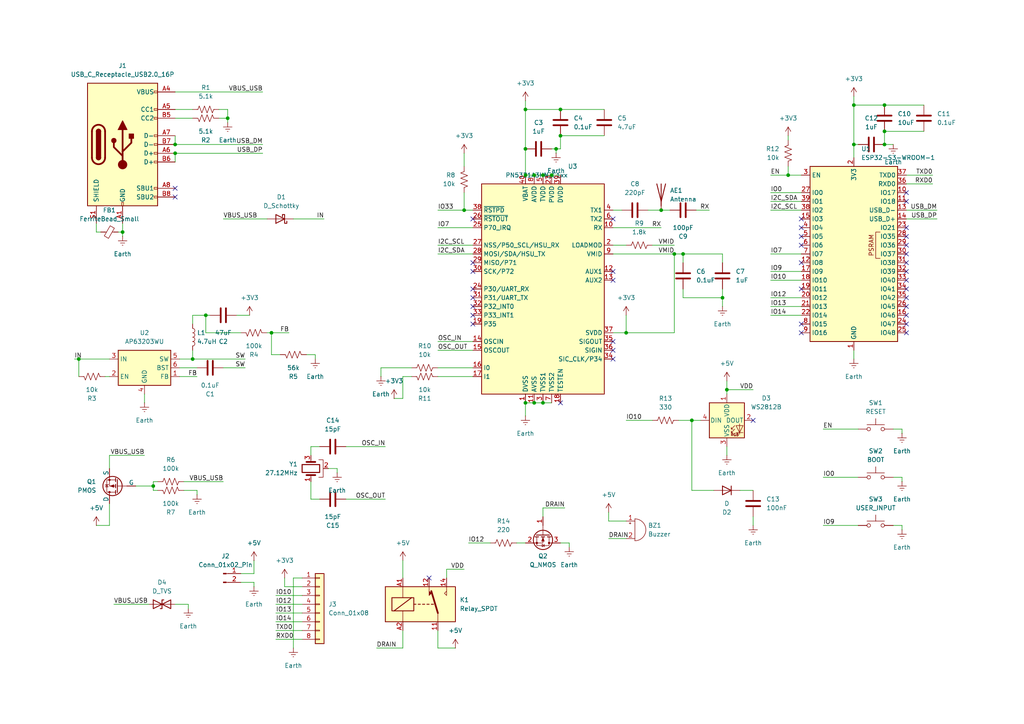
<source format=kicad_sch>
(kicad_sch (version 20250114) (generator "eeschema") (generator_version "9.0")
  (paper "A4")
  (junction (at 152.4 31.75))
  (junction (at 134.62 60.96))
  (junction (at 152.4 116.84))
  (junction (at 209.55 86.36))
  (junction (at 162.56 39.37))
  (junction (at 160.02 50.8))
  (junction (at 191.77 60.96))
  (junction (at 157.48 116.84))
  (junction (at 50.8 41.91))
  (junction (at 256.54 30.48))
  (junction (at 55.88 104.14))
  (junction (at 195.58 73.66))
  (junction (at 228.6 50.8))
  (junction (at 154.94 116.84))
  (junction (at 22.86 104.14))
  (junction (at 198.12 73.66))
  (junction (at 181.61 96.52))
  (junction (at 247.65 41.91))
  (junction (at 161.29 43.18))
  (junction (at 152.4 43.18))
  (junction (at 35.56 67.31))
  (junction (at 247.65 30.48))
  (junction (at 210.82 113.03))
  (junction (at 256.54 38.1))
  (junction (at 50.8 44.45))
  (junction (at 152.4 50.8))
  (junction (at 256.54 41.91))
  (junction (at 154.94 50.8))
  (junction (at 44.45 140.97))
  (junction (at 162.56 31.75))
  (junction (at 200.66 121.92))
  (junction (at 66.04 34.29))
  (junction (at 78.74 96.52))
  (junction (at 157.48 50.8))
  (junction (at 59.69 91.44))
  (no_connect (at 262.89 76.2))
  (no_connect (at 262.89 78.74))
  (no_connect (at 177.8 81.28))
  (no_connect (at 262.89 71.12))
  (no_connect (at 137.16 86.36))
  (no_connect (at 232.41 96.52))
  (no_connect (at 262.89 58.42))
  (no_connect (at 177.8 63.5))
  (no_connect (at 232.41 93.98))
  (no_connect (at 137.16 88.9))
  (no_connect (at 262.89 66.04))
  (no_connect (at 262.89 86.36))
  (no_connect (at 232.41 66.04))
  (no_connect (at 177.8 78.74))
  (no_connect (at 137.16 83.82))
  (no_connect (at 50.8 57.15))
  (no_connect (at 262.89 55.88))
  (no_connect (at 232.41 68.58))
  (no_connect (at 137.16 91.44))
  (no_connect (at 262.89 91.44))
  (no_connect (at 50.8 54.61))
  (no_connect (at 137.16 93.98))
  (no_connect (at 232.41 63.5))
  (no_connect (at 232.41 83.82))
  (no_connect (at 177.8 104.14))
  (no_connect (at 262.89 96.52))
  (no_connect (at 177.8 99.06))
  (no_connect (at 262.89 83.82))
  (no_connect (at 137.16 78.74))
  (no_connect (at 262.89 73.66))
  (no_connect (at 232.41 76.2))
  (no_connect (at 232.41 71.12))
  (no_connect (at 124.46 167.64))
  (no_connect (at 137.16 76.2))
  (no_connect (at 137.16 63.5))
  (no_connect (at 177.8 101.6))
  (no_connect (at 162.56 116.84))
  (no_connect (at 218.44 121.92))
  (no_connect (at 262.89 93.98))
  (no_connect (at 262.89 88.9))
  (no_connect (at 262.89 81.28))
  (no_connect (at 262.89 68.58))
  (wire (pts (xy 161.29 43.18) (xy 160.02 43.18)))
  (wire (pts (xy 127 182.88) (xy 127 187.96)))
  (wire (pts (xy 177.8 60.96) (xy 180.34 60.96)))
  (wire (pts (xy 31.75 152.4) (xy 31.75 146.05)))
  (wire (pts (xy 228.6 50.8) (xy 228.6 48.26)))
  (wire (pts (xy 97.79 135.89) (xy 97.79 137.16)))
  (wire (pts (xy 154.94 50.8) (xy 157.48 50.8)))
  (wire (pts (xy 80.01 172.72) (xy 87.63 172.72)))
  (wire (pts (xy 200.66 142.24) (xy 200.66 121.92)))
  (wire (pts (xy 238.76 152.4) (xy 248.92 152.4)))
  (wire (pts (xy 55.88 91.44) (xy 59.69 91.44)))
  (wire (pts (xy 152.4 116.84) (xy 154.94 116.84)))
  (wire (pts (xy 247.65 27.94) (xy 247.65 30.48)))
  (wire (pts (xy 127 66.04) (xy 137.16 66.04)))
  (wire (pts (xy 256.54 30.48) (xy 267.97 30.48)))
  (wire (pts (xy 195.58 73.66) (xy 198.12 73.66)))
  (wire (pts (xy 162.56 157.48) (xy 165.1 157.48)))
  (wire (pts (xy 247.65 41.91) (xy 247.65 45.72)))
  (wire (pts (xy 210.82 110.49) (xy 210.82 113.03)))
  (wire (pts (xy 247.65 30.48) (xy 247.65 41.91)))
  (wire (pts (xy 78.74 102.87) (xy 78.74 96.52)))
  (wire (pts (xy 134.62 60.96) (xy 137.16 60.96)))
  (wire (pts (xy 73.66 168.91) (xy 73.66 170.18)))
  (wire (pts (xy 33.02 175.26) (xy 43.18 175.26)))
  (wire (pts (xy 223.52 88.9) (xy 232.41 88.9)))
  (wire (pts (xy 50.8 31.75) (xy 55.88 31.75)))
  (wire (pts (xy 73.66 166.37) (xy 73.66 162.56)))
  (wire (pts (xy 165.1 157.48) (xy 165.1 158.75)))
  (wire (pts (xy 57.15 142.24) (xy 57.15 143.51)))
  (wire (pts (xy 63.5 31.75) (xy 66.04 31.75)))
  (wire (pts (xy 55.88 101.6) (xy 55.88 104.14)))
  (wire (pts (xy 63.5 34.29) (xy 66.04 34.29)))
  (wire (pts (xy 181.61 151.13) (xy 176.53 151.13)))
  (wire (pts (xy 261.62 152.4) (xy 261.62 153.67)))
  (wire (pts (xy 129.54 165.1) (xy 134.62 165.1)))
  (wire (pts (xy 90.17 132.08) (xy 90.17 129.54)))
  (wire (pts (xy 59.69 96.52) (xy 59.69 91.44)))
  (wire (pts (xy 196.85 121.92) (xy 200.66 121.92)))
  (wire (pts (xy 45.72 142.24) (xy 44.45 142.24)))
  (wire (pts (xy 77.47 96.52) (xy 78.74 96.52)))
  (wire (pts (xy 127 60.96) (xy 134.62 60.96)))
  (wire (pts (xy 30.48 109.22) (xy 31.75 109.22)))
  (wire (pts (xy 210.82 113.03) (xy 218.44 113.03)))
  (wire (pts (xy 176.53 156.21) (xy 181.61 156.21)))
  (wire (pts (xy 181.61 96.52) (xy 181.61 91.44)))
  (wire (pts (xy 181.61 121.92) (xy 189.23 121.92)))
  (wire (pts (xy 22.86 104.14) (xy 31.75 104.14)))
  (wire (pts (xy 90.17 129.54) (xy 92.71 129.54)))
  (wire (pts (xy 34.29 67.31) (xy 35.56 67.31)))
  (wire (pts (xy 66.04 34.29) (xy 66.04 35.56)))
  (wire (pts (xy 87.63 167.64) (xy 85.09 167.64)))
  (wire (pts (xy 256.54 41.91) (xy 259.08 41.91)))
  (wire (pts (xy 95.25 135.89) (xy 97.79 135.89)))
  (wire (pts (xy 162.56 43.18) (xy 161.29 43.18)))
  (wire (pts (xy 135.89 157.48) (xy 142.24 157.48)))
  (wire (pts (xy 90.17 144.78) (xy 90.17 139.7)))
  (wire (pts (xy 80.01 177.8) (xy 87.63 177.8)))
  (wire (pts (xy 45.72 139.7) (xy 44.45 139.7)))
  (wire (pts (xy 177.8 71.12) (xy 181.61 71.12)))
  (wire (pts (xy 209.55 83.82) (xy 209.55 86.36)))
  (wire (pts (xy 209.55 73.66) (xy 209.55 76.2)))
  (wire (pts (xy 154.94 116.84) (xy 157.48 116.84)))
  (wire (pts (xy 177.8 73.66) (xy 195.58 73.66)))
  (wire (pts (xy 81.28 102.87) (xy 78.74 102.87)))
  (wire (pts (xy 127 106.68) (xy 137.16 106.68)))
  (wire (pts (xy 157.48 116.84) (xy 160.02 116.84)))
  (wire (pts (xy 152.4 29.21) (xy 152.4 31.75)))
  (wire (pts (xy 223.52 81.28) (xy 232.41 81.28)))
  (wire (pts (xy 191.77 60.96) (xy 194.31 60.96)))
  (wire (pts (xy 27.94 152.4) (xy 31.75 152.4)))
  (wire (pts (xy 50.8 34.29) (xy 55.88 34.29)))
  (wire (pts (xy 177.8 96.52) (xy 181.61 96.52)))
  (wire (pts (xy 149.86 157.48) (xy 152.4 157.48)))
  (wire (pts (xy 228.6 39.37) (xy 228.6 40.64)))
  (wire (pts (xy 238.76 138.43) (xy 248.92 138.43)))
  (wire (pts (xy 69.85 168.91) (xy 73.66 168.91)))
  (wire (pts (xy 210.82 113.03) (xy 210.82 114.3)))
  (wire (pts (xy 127 73.66) (xy 137.16 73.66)))
  (wire (pts (xy 116.84 109.22) (xy 116.84 115.57)))
  (wire (pts (xy 127 187.96) (xy 132.08 187.96)))
  (wire (pts (xy 80.01 182.88) (xy 87.63 182.88)))
  (wire (pts (xy 116.84 115.57) (xy 114.3 115.57)))
  (wire (pts (xy 44.45 142.24) (xy 44.45 140.97)))
  (wire (pts (xy 238.76 124.46) (xy 248.92 124.46)))
  (wire (pts (xy 256.54 38.1) (xy 256.54 41.91)))
  (wire (pts (xy 110.49 106.68) (xy 110.49 109.22)))
  (wire (pts (xy 44.45 140.97) (xy 39.37 140.97)))
  (wire (pts (xy 152.4 116.84) (xy 152.4 120.65)))
  (wire (pts (xy 35.56 64.77) (xy 35.56 67.31)))
  (wire (pts (xy 50.8 41.91) (xy 76.2 41.91)))
  (wire (pts (xy 152.4 31.75) (xy 162.56 31.75)))
  (wire (pts (xy 41.91 114.3) (xy 41.91 116.84)))
  (wire (pts (xy 214.63 142.24) (xy 218.44 142.24)))
  (wire (pts (xy 201.93 60.96) (xy 205.74 60.96)))
  (wire (pts (xy 259.08 138.43) (xy 261.62 138.43)))
  (wire (pts (xy 223.52 60.96) (xy 232.41 60.96)))
  (wire (pts (xy 21.59 104.14) (xy 22.86 104.14)))
  (wire (pts (xy 160.02 50.8) (xy 162.56 50.8)))
  (wire (pts (xy 100.33 144.78) (xy 111.76 144.78)))
  (wire (pts (xy 116.84 162.56) (xy 116.84 167.64)))
  (wire (pts (xy 210.82 129.54) (xy 210.82 132.08)))
  (wire (pts (xy 53.34 142.24) (xy 57.15 142.24)))
  (wire (pts (xy 85.09 63.5) (xy 93.98 63.5)))
  (wire (pts (xy 44.45 139.7) (xy 44.45 140.97)))
  (wire (pts (xy 223.52 55.88) (xy 232.41 55.88)))
  (wire (pts (xy 116.84 187.96) (xy 109.22 187.96)))
  (wire (pts (xy 50.8 175.26) (xy 54.61 175.26)))
  (wire (pts (xy 127 71.12) (xy 137.16 71.12)))
  (wire (pts (xy 53.34 139.7) (xy 64.77 139.7)))
  (wire (pts (xy 92.71 144.78) (xy 90.17 144.78)))
  (wire (pts (xy 181.61 96.52) (xy 195.58 96.52)))
  (wire (pts (xy 259.08 124.46) (xy 261.62 124.46)))
  (wire (pts (xy 134.62 44.45) (xy 134.62 48.26)))
  (wire (pts (xy 129.54 167.64) (xy 129.54 165.1)))
  (wire (pts (xy 69.85 96.52) (xy 59.69 96.52)))
  (wire (pts (xy 50.8 44.45) (xy 50.8 46.99)))
  (wire (pts (xy 262.89 50.8) (xy 270.51 50.8)))
  (wire (pts (xy 80.01 175.26) (xy 87.63 175.26)))
  (wire (pts (xy 50.8 44.45) (xy 76.2 44.45)))
  (wire (pts (xy 78.74 96.52) (xy 83.82 96.52)))
  (wire (pts (xy 161.29 44.45) (xy 161.29 43.18)))
  (wire (pts (xy 64.77 63.5) (xy 77.47 63.5)))
  (wire (pts (xy 50.8 26.67) (xy 76.2 26.67)))
  (wire (pts (xy 59.69 91.44) (xy 60.96 91.44)))
  (wire (pts (xy 80.01 185.42) (xy 87.63 185.42)))
  (wire (pts (xy 256.54 38.1) (xy 267.97 38.1)))
  (wire (pts (xy 162.56 39.37) (xy 175.26 39.37)))
  (wire (pts (xy 261.62 124.46) (xy 261.62 125.73)))
  (wire (pts (xy 152.4 50.8) (xy 154.94 50.8)))
  (wire (pts (xy 52.07 104.14) (xy 55.88 104.14)))
  (wire (pts (xy 232.41 50.8) (xy 228.6 50.8)))
  (wire (pts (xy 198.12 76.2) (xy 198.12 73.66)))
  (wire (pts (xy 64.77 106.68) (xy 71.12 106.68)))
  (wire (pts (xy 69.85 166.37) (xy 73.66 166.37)))
  (wire (pts (xy 80.01 180.34) (xy 87.63 180.34)))
  (wire (pts (xy 157.48 147.32) (xy 163.83 147.32)))
  (wire (pts (xy 176.53 151.13) (xy 176.53 148.59)))
  (wire (pts (xy 218.44 149.86) (xy 218.44 152.4)))
  (wire (pts (xy 100.33 129.54) (xy 111.76 129.54)))
  (wire (pts (xy 31.75 132.08) (xy 31.75 135.89)))
  (wire (pts (xy 262.89 60.96) (xy 271.78 60.96)))
  (wire (pts (xy 189.23 71.12) (xy 195.58 71.12)))
  (wire (pts (xy 157.48 50.8) (xy 160.02 50.8)))
  (wire (pts (xy 198.12 86.36) (xy 198.12 83.82)))
  (wire (pts (xy 127 101.6) (xy 137.16 101.6)))
  (wire (pts (xy 195.58 96.52) (xy 195.58 73.66)))
  (wire (pts (xy 91.44 102.87) (xy 91.44 104.14)))
  (wire (pts (xy 157.48 149.86) (xy 157.48 147.32)))
  (wire (pts (xy 262.89 53.34) (xy 270.51 53.34)))
  (wire (pts (xy 88.9 102.87) (xy 91.44 102.87)))
  (wire (pts (xy 119.38 106.68) (xy 110.49 106.68)))
  (wire (pts (xy 152.4 43.18) (xy 152.4 50.8)))
  (wire (pts (xy 29.21 67.31) (xy 27.94 67.31)))
  (wire (pts (xy 119.38 109.22) (xy 116.84 109.22)))
  (wire (pts (xy 247.65 41.91) (xy 248.92 41.91)))
  (wire (pts (xy 134.62 55.88) (xy 134.62 60.96)))
  (wire (pts (xy 82.55 170.18) (xy 82.55 167.64)))
  (wire (pts (xy 162.56 31.75) (xy 175.26 31.75)))
  (wire (pts (xy 54.61 175.26) (xy 54.61 176.53)))
  (wire (pts (xy 209.55 86.36) (xy 198.12 86.36)))
  (wire (pts (xy 223.52 58.42) (xy 232.41 58.42)))
  (wire (pts (xy 198.12 73.66) (xy 209.55 73.66)))
  (wire (pts (xy 85.09 167.64) (xy 85.09 187.96)))
  (wire (pts (xy 55.88 93.98) (xy 55.88 91.44)))
  (wire (pts (xy 127 109.22) (xy 137.16 109.22)))
  (wire (pts (xy 200.66 121.92) (xy 203.2 121.92)))
  (wire (pts (xy 207.01 142.24) (xy 200.66 142.24)))
  (wire (pts (xy 116.84 182.88) (xy 116.84 187.96)))
  (wire (pts (xy 223.52 50.8) (xy 228.6 50.8)))
  (wire (pts (xy 22.86 109.22) (xy 22.86 104.14)))
  (wire (pts (xy 52.07 106.68) (xy 57.15 106.68)))
  (wire (pts (xy 223.52 86.36) (xy 232.41 86.36)))
  (wire (pts (xy 223.52 91.44) (xy 232.41 91.44)))
  (wire (pts (xy 55.88 104.14) (xy 71.12 104.14)))
  (wire (pts (xy 35.56 67.31) (xy 35.56 68.58)))
  (wire (pts (xy 152.4 31.75) (xy 152.4 43.18)))
  (wire (pts (xy 27.94 67.31) (xy 27.94 64.77)))
  (wire (pts (xy 127 99.06) (xy 137.16 99.06)))
  (wire (pts (xy 52.07 109.22) (xy 57.15 109.22)))
  (wire (pts (xy 31.75 132.08) (xy 41.91 132.08)))
  (wire (pts (xy 209.55 86.36) (xy 209.55 88.9)))
  (wire (pts (xy 177.8 66.04) (xy 191.77 66.04)))
  (wire (pts (xy 261.62 138.43) (xy 261.62 139.7)))
  (wire (pts (xy 247.65 101.6) (xy 247.65 104.14)))
  (wire (pts (xy 187.96 60.96) (xy 191.77 60.96)))
  (wire (pts (xy 259.08 152.4) (xy 261.62 152.4)))
  (wire (pts (xy 162.56 39.37) (xy 162.56 43.18)))
  (wire (pts (xy 68.58 91.44) (xy 72.39 91.44)))
  (wire (pts (xy 87.63 170.18) (xy 82.55 170.18)))
  (wire (pts (xy 247.65 30.48) (xy 256.54 30.48)))
  (wire (pts (xy 66.04 31.75) (xy 66.04 34.29)))
  (wire (pts (xy 50.8 39.37) (xy 50.8 41.91)))
  (wire (pts (xy 262.89 63.5) (xy 271.78 63.5)))
  (wire (pts (xy 223.52 73.66) (xy 232.41 73.66)))
  (wire (pts (xy 223.52 78.74) (xy 232.41 78.74)))
  (label "USB_DM" (at 271.78 60.96 180))
  (label "TXD0" (at 80.01 182.88 0))
  (label "USB_DM" (at 76.2 41.91 180))
  (label "FB" (at 57.15 109.22 180))
  (label "OSC_IN" (at 111.76 129.54 180))
  (label "IO13" (at 223.52 88.9 0))
  (label "OSC_OUT" (at 111.76 144.78 180))
  (label "RXD0" (at 270.51 53.34 180))
  (label "I2C_SDA" (at 223.52 58.42 0))
  (label "VMID" (at 195.58 73.66 180))
  (label "IO10" (at 80.01 172.72 0))
  (label "VDD" (at 134.62 165.1 180))
  (label "VDD" (at 218.44 113.03 180))
  (label "IO33" (at 127 60.96 0))
  (label "I2C_SCL" (at 223.52 60.96 0))
  (label "I2C_SDA" (at 127 73.66 0))
  (label "SW" (at 71.12 104.14 180))
  (label "DRAIN" (at 163.83 147.32 180))
  (label "IO12" (at 80.01 175.26 0))
  (label "RX" (at 191.77 66.04 180))
  (label "USB_DP" (at 271.78 63.5 180))
  (label "VBUS_USB" (at 64.77 63.5 0))
  (label "IO14" (at 223.52 91.44 0))
  (label "DRAIN" (at 176.53 156.21 0))
  (label "VMID" (at 195.58 71.12 180))
  (label "OSC_OUT" (at 127 101.6 0))
  (label "IO7" (at 127 66.04 0))
  (label "I2C_SCL" (at 127 71.12 0))
  (label "IO14" (at 80.01 180.34 0))
  (label "EN" (at 223.52 50.8 0))
  (label "IO7" (at 223.52 73.66 0))
  (label "TXD0" (at 270.51 50.8 180))
  (label "IO10" (at 181.61 121.92 0))
  (label "USB_DP" (at 76.2 44.45 180))
  (label "IO0" (at 238.76 138.43 0))
  (label "RXD0" (at 80.01 185.42 0))
  (label "RX" (at 205.74 60.96 180))
  (label "IO12" (at 223.52 86.36 0))
  (label "VBUS_USB" (at 76.2 26.67 180))
  (label "IO12" (at 135.89 157.48 0))
  (label "IN" (at 21.59 104.14 0))
  (label "IO9" (at 238.76 152.4 0))
  (label "VBUS_USB" (at 64.77 139.7 180))
  (label "OSC_IN" (at 127 99.06 0))
  (label "IO13" (at 80.01 177.8 0))
  (label "DRAIN" (at 109.22 187.96 0))
  (label "IO10" (at 223.52 81.28 0))
  (label "SW" (at 71.12 106.68 180))
  (label "VBUS_USB" (at 33.02 175.26 0))
  (label "IO9" (at 223.52 78.74 0))
  (label "IN" (at 93.98 63.5 180))
  (label "EN" (at 238.76 124.46 0))
  (label "IO0" (at 223.52 55.88 0))
  (label "VBUS_USB" (at 41.91 132.08 180))
  (label "FB" (at 83.82 96.52 180))
  (symbol (lib_id "Device:R_US") (at 123.19 106.68 90) (unit 1)
    (property "Reference" "R10" (at 123.19 100.33 90))
    (property "Value" "10k" (at 123.19 102.87 90))
    (property "Footprint" "Resistor_SMD:R_0402_1005Metric" (effects (hide yes)))
    (property "Description" "Resistor, US symbol" (effects (hide yes)))
  )
  (symbol (lib_id "Device:C") (at 218.44 146.05 0) (unit 1)
    (property "Reference" "C13" (at 222.25 144.7799 0) (effects (justify left)))
    (property "Value" "100nF" (at 222.25 147.3199 0) (effects (justify left)))
    (property "Footprint" "Capacitor_SMD:C_0402_1005Metric" (effects (hide yes)))
    (property "Description" "Unpolarized capacitor" (effects (hide yes)))
  )
  (symbol (lib_id "power:Earth") (at 57.15 143.51 0) (unit 1)
    (property "Reference" "#PWR01" (effects (hide yes)))
    (property "Value" "Earth" (at 57.15 148.59 0))
    (property "Description" "Power symbol creates a global label with name \"Earth\"" (effects (hide yes)))
  )
  (symbol (lib_id "Switch:SW_Push") (at 254 152.4 0) (unit 1)
    (property "Reference" "SW3" (at 254 144.78 0))
    (property "Value" "USER_INPUT" (at 254 147.32 0))
    (property "Footprint" "Button_Switch_SMD:SW_Tactile_SPST_NO_Straight_CK_PTS636Sx25SMTRLFS" (effects (hide yes)))
    (property "Description" "Push button switch, generic, two pins" (effects (hide yes)))
  )
  (symbol (lib_id "Device:C") (at 156.21 43.18 90) (unit 1)
    (property "Reference" "C3" (at 156.21 35.56 90))
    (property "Value" "1uF" (at 156.21 38.1 90))
    (property "Footprint" "Capacitor_SMD:C_0402_1005Metric" (effects (hide yes)))
    (property "Description" "Unpolarized capacitor" (effects (hide yes)))
  )
  (symbol (lib_id "power:Earth") (at 54.61 176.53 0) (unit 1)
    (property "Reference" "#PWR05" (effects (hide yes)))
    (property "Value" "Earth" (at 54.61 181.61 0))
    (property "Description" "Power symbol creates a global label with name \"Earth\"" (effects (hide yes)))
  )
  (symbol (lib_id "Device:Crystal_GND2") (at 90.17 135.89 90) (unit 1)
    (property "Reference" "Y1" (at 86.36 134.6199 90) (effects (justify left)))
    (property "Value" "27.12MHz" (at 86.36 137.1599 90) (effects (justify left)))
    (property "Footprint" "Crystal:Crystal_HC49-U-3Pin_Vertical" (effects (hide yes)))
    (property "Description" "Three pin crystal, GND on pin 2" (effects (hide yes)))
  )
  (symbol (lib_id "Device:C") (at 209.55 80.01 0) (unit 1)
    (property "Reference" "C7" (at 213.36 78.7399 0) (effects (justify left)))
    (property "Value" "1uF" (at 213.36 81.2799 0) (effects (justify left)))
    (property "Footprint" "Capacitor_SMD:C_0402_1005Metric" (effects (hide yes)))
    (property "Description" "Unpolarized capacitor" (effects (hide yes)))
  )
  (symbol (lib_id "Regulator_Switching:AP63203WU") (at 41.91 106.68 0) (unit 1)
    (property "Reference" "U2" (at 41.91 96.52 0))
    (property "Value" "AP63203WU" (at 41.91 99.06 0))
    (property "Footprint" "Package_TO_SOT_SMD:TSOT-23-6" (effects (hide yes)))
    (property "Datasheet" "https://www.diodes.com/assets/Datasheets/AP63200-AP63201-AP63203-AP63205.pdf" (effects (hide yes)))
    (property "Description" "2A, 1.1MHz Buck DC/DC Converter, fixed 3.3V output voltage, TSOT-23-6" (effects (hide yes)))
  )
  (symbol (lib_id "power:+3V3") (at 82.55 167.64 0) (unit 1)
    (property "Reference" "#PWR033" (effects (hide yes)))
    (property "Value" "+3V3" (at 82.55 162.56 0))
    (property "Description" "Power symbol creates a global label with name \"+3V3\"" (effects (hide yes)))
  )
  (symbol (lib_id "power:Earth") (at 210.82 132.08 0) (unit 1)
    (property "Reference" "#PWR025" (effects (hide yes)))
    (property "Value" "Earth" (at 210.82 137.16 0))
    (property "Description" "Power symbol creates a global label with name \"Earth\"" (effects (hide yes)))
  )
  (symbol (lib_id "Device:D") (at 210.82 142.24 0) (mirror y) (unit 1)
    (property "Reference" "D2" (at 210.82 148.59 0))
    (property "Value" "D" (at 210.82 146.05 0))
    (property "Footprint" "Diode_SMD:D_0402_1005Metric" (effects (hide yes)))
    (property "Description" "Diode" (effects (hide yes)))
    (property "Sim.Device" "D" (effects (hide yes)))
    (property "Sim.Pins" "1=K 2=A" (effects (hide yes)))
  )
  (symbol (lib_id "Device:L") (at 55.88 97.79 0) (unit 1)
    (property "Reference" "L1" (at 57.15 96.5199 0) (effects (justify left)))
    (property "Value" "4.7uH" (at 57.15 99.0599 0) (effects (justify left)))
    (property "Footprint" "Inductor_SMD:L_0402_1005Metric" (effects (hide yes)))
    (property "Description" "Inductor" (effects (hide yes)))
  )
  (symbol (lib_id "power:Earth") (at 35.56 68.58 0) (unit 1)
    (property "Reference" "#PWR02" (effects (hide yes)))
    (property "Value" "Earth" (at 35.56 73.66 0))
    (property "Description" "Power symbol creates a global label with name \"Earth\"" (effects (hide yes)))
  )
  (symbol (lib_id "Device:R_US") (at 146.05 157.48 90) (unit 1)
    (property "Reference" "R14" (at 146.05 151.13 90))
    (property "Value" "220" (at 146.05 153.67 90))
    (property "Footprint" "Resistor_SMD:R_0402_1005Metric" (effects (hide yes)))
    (property "Description" "Resistor, US symbol" (effects (hide yes)))
  )
  (symbol (lib_id "power:Earth") (at 91.44 104.14 0) (unit 1)
    (property "Reference" "#PWR07" (effects (hide yes)))
    (property "Value" "Earth" (at 91.44 109.22 0))
    (property "Description" "Power symbol creates a global label with name \"Earth\"" (effects (hide yes)))
  )
  (symbol (lib_id "power:+5V") (at 27.94 152.4 0) (unit 1)
    (property "Reference" "#PWR09" (effects (hide yes)))
    (property "Value" "+5V" (at 27.94 147.32 0))
    (property "Description" "Power symbol creates a global label with name \"+5V\"" (effects (hide yes)))
  )
  (symbol (lib_id "Connector_Generic:Conn_01x08") (at 92.71 175.26 0) (unit 1)
    (property "Reference" "J3" (at 95.25 175.2599 0) (effects (justify left)))
    (property "Value" "Conn_01x08" (at 95.25 177.7999 0) (effects (justify left)))
    (property "Footprint" "Connector_PinHeader_1.00mm:PinHeader_1x08_P1.00mm_Vertical" (effects (hide yes)))
    (property "Description" "Generic connector, single row, 01x08, script generated (kicad-library-utils/schlib/autogen/connector/)" (effects (hide yes)))
  )
  (symbol (lib_id "power:Earth") (at 259.08 41.91 0) (unit 1)
    (property "Reference" "#PWR020" (effects (hide yes)))
    (property "Value" "Earth" (at 259.08 46.99 0))
    (property "Description" "Power symbol creates a global label with name \"Earth\"" (effects (hide yes)))
  )
  (symbol (lib_id "power:+5V") (at 73.66 162.56 0) (unit 1)
    (property "Reference" "#PWR034" (effects (hide yes)))
    (property "Value" "+5V" (at 73.66 157.48 0))
    (property "Description" "Power symbol creates a global label with name \"+5V\"" (effects (hide yes)))
  )
  (symbol (lib_id "power:Earth") (at 110.49 109.22 0) (unit 1)
    (property "Reference" "#PWR015" (effects (hide yes)))
    (property "Value" "Earth" (at 110.49 114.3 0))
    (property "Description" "Power symbol creates a global label with name \"Earth\"" (effects (hide yes)))
  )
  (symbol (lib_id "Device:R_US") (at 228.6 44.45 0) (mirror y) (unit 1)
    (property "Reference" "R12" (at 226.06 43.1799 0) (effects (justify left)))
    (property "Value" "10k" (at 226.06 45.7199 0) (effects (justify left)))
    (property "Footprint" "Resistor_SMD:R_0402_1005Metric" (effects (hide yes)))
    (property "Description" "Resistor, US symbol" (effects (hide yes)))
  )
  (symbol (lib_id "Connector:Conn_01x02_Pin") (at 64.77 166.37 0) (unit 1)
    (property "Reference" "J2" (at 65.405 161.29 0))
    (property "Value" "Conn_01x02_Pin" (at 65.405 163.83 0))
    (property "Footprint" "Connector_PinHeader_1.00mm:PinHeader_1x02_P1.00mm_Vertical" (effects (hide yes)))
    (property "Description" "Generic connector, single row, 01x02, script generated" (effects (hide yes)))
  )
  (symbol (lib_id "power:+5V") (at 210.82 110.49 0) (unit 1)
    (property "Reference" "#PWR024" (effects (hide yes)))
    (property "Value" "+5V" (at 210.82 105.41 0))
    (property "Description" "Power symbol creates a global label with name \"+5V\"" (effects (hide yes)))
  )
  (symbol (lib_id "Device:C") (at 64.77 91.44 90) (mirror x) (unit 1)
    (property "Reference" "C2" (at 64.77 99.06 90))
    (property "Value" "47uF" (at 64.77 96.52 90))
    (property "Footprint" "Capacitor_SMD:C_0402_1005Metric" (effects (hide yes)))
    (property "Description" "Unpolarized capacitor" (effects (hide yes)))
  )
  (symbol (lib_id "power:Earth") (at 165.1 158.75 0) (unit 1)
    (property "Reference" "#PWR028" (effects (hide yes)))
    (property "Value" "Earth" (at 165.1 163.83 0))
    (property "Description" "Power symbol creates a global label with name \"Earth\"" (effects (hide yes)))
  )
  (symbol (lib_id "Device:D_Schottky") (at 81.28 63.5 180) (unit 1)
    (property "Reference" "D1" (at 81.5975 57.15 0))
    (property "Value" "D_Schottky" (at 81.5975 59.69 0))
    (property "Footprint" "Diode_SMD:D_0402_1005Metric" (effects (hide yes)))
    (property "Description" "Schottky diode" (effects (hide yes)))
  )
  (symbol (lib_id "Device:D_TVS") (at 46.99 175.26 0) (unit 1)
    (property "Reference" "D4" (at 46.99 168.91 0))
    (property "Value" "D_TVS" (at 46.99 171.45 0))
    (property "Footprint" "Diode_SMD:D_SMA" (effects (hide yes)))
    (property "Description" "Bidirectional transient-voltage-suppression diode" (effects (hide yes)))
  )
  (symbol (lib_id "Device:R_US") (at 185.42 71.12 90) (unit 1)
    (property "Reference" "R9" (at 185.42 64.77 90))
    (property "Value" "1.8k" (at 185.42 67.31 90))
    (property "Footprint" "Resistor_SMD:R_0402_1005Metric" (effects (hide yes)))
    (property "Description" "Resistor, US symbol" (effects (hide yes)))
  )
  (symbol (lib_id "power:Earth") (at 247.65 104.14 0) (unit 1)
    (property "Reference" "#PWR017" (effects (hide yes)))
    (property "Value" "Earth" (at 247.65 109.22 0))
    (property "Description" "Power symbol creates a global label with name \"Earth\"" (effects (hide yes)))
  )
  (symbol (lib_id "Device:R_US") (at 59.69 34.29 90) (mirror x) (unit 1)
    (property "Reference" "R2" (at 59.69 40.64 90))
    (property "Value" "5.1k" (at 59.69 38.1 90))
    (property "Footprint" "Resistor_SMD:R_0402_1005Metric" (effects (hide yes)))
    (property "Description" "Resistor, US symbol" (effects (hide yes)))
  )
  (symbol (lib_id "power:Earth") (at 66.04 35.56 0) (unit 1)
    (property "Reference" "#PWR04" (effects (hide yes)))
    (property "Value" "Earth" (at 66.04 40.64 0))
    (property "Description" "Power symbol creates a global label with name \"Earth\"" (effects (hide yes)))
  )
  (symbol (lib_id "power:+5V") (at 116.84 162.56 0) (unit 1)
    (property "Reference" "#PWR030" (effects (hide yes)))
    (property "Value" "+5V" (at 116.84 157.48 0))
    (property "Description" "Power symbol creates a global label with name \"+5V\"" (effects (hide yes)))
  )
  (symbol (lib_id "Relay:Relay_SPDT") (at 121.92 175.26 0) (unit 1)
    (property "Reference" "K1" (at 133.35 173.9899 0) (effects (justify left)))
    (property "Value" "Relay_SPDT" (at 133.35 176.5299 0) (effects (justify left)))
    (property "Footprint" "Relay_THT:Relay_SPDT_Finder_34.51_Vertical" (effects (hide yes)))
    (property "Description" "Relay SPDT, monostable, EN50005" (effects (hide yes)))
  )
  (symbol (lib_id "power:+3V3") (at 247.65 27.94 0) (unit 1)
    (property "Reference" "#PWR019" (effects (hide yes)))
    (property "Value" "+3V3" (at 247.65 22.86 0))
    (property "Description" "Power symbol creates a global label with name \"+3V3\"" (effects (hide yes)))
  )
  (symbol (lib_id "Device:C") (at 267.97 34.29 0) (unit 1)
    (property "Reference" "C11" (at 271.78 33.0199 0) (effects (justify left)))
    (property "Value" "0.1uF" (at 271.78 35.5599 0) (effects (justify left)))
    (property "Footprint" "Capacitor_SMD:C_0402_1005Metric" (effects (hide yes)))
    (property "Description" "Unpolarized capacitor" (effects (hide yes)))
  )
  (symbol (lib_id "power:Earth") (at 73.66 170.18 0) (unit 1)
    (property "Reference" "#PWR035" (effects (hide yes)))
    (property "Value" "Earth" (at 73.66 175.26 0))
    (property "Description" "Power symbol creates a global label with name \"Earth\"" (effects (hide yes)))
  )
  (symbol (lib_id "Device:Buzzer") (at 184.15 153.67 0) (unit 1)
    (property "Reference" "BZ1" (at 187.96 152.3999 0) (effects (justify left)))
    (property "Value" "Buzzer" (at 187.96 154.9399 0) (effects (justify left)))
    (property "Footprint" "Buzzer_Beeper:Buzzer_15x7.5RM7.6" (effects (hide yes)))
    (property "Description" "Buzzer, polarized" (effects (hide yes)))
  )
  (symbol (lib_id "power:+3V3") (at 134.62 44.45 0) (unit 1)
    (property "Reference" "#PWR011" (effects (hide yes)))
    (property "Value" "+3V3" (at 134.62 39.37 0))
    (property "Description" "Power symbol creates a global label with name \"+3V3\"" (effects (hide yes)))
  )
  (symbol (lib_id "Device:Antenna") (at 191.77 55.88 0) (unit 1)
    (property "Reference" "AE1" (at 194.31 55.2449 0) (effects (justify left)))
    (property "Value" "Antenna" (at 194.31 57.7849 0) (effects (justify left)))
    (property "Footprint" "Connector_PinSocket_2.54mm:PinSocket_1x01_P2.54mm_Vertical" (effects (hide yes)))
    (property "Description" "Antenna" (effects (hide yes)))
  )
  (symbol (lib_id "Device:R_US") (at 26.67 109.22 90) (mirror x) (unit 1)
    (property "Reference" "R3" (at 26.67 115.57 90))
    (property "Value" "10k" (at 26.67 113.03 90))
    (property "Footprint" "Resistor_SMD:R_0402_1005Metric" (effects (hide yes)))
    (property "Description" "Resistor, US symbol" (effects (hide yes)))
  )
  (symbol (lib_id "power:+5V") (at 132.08 187.96 0) (unit 1)
    (property "Reference" "#PWR031" (effects (hide yes)))
    (property "Value" "+5V" (at 132.08 182.88 0))
    (property "Description" "Power symbol creates a global label with name \"+5V\"" (effects (hide yes)))
  )
  (symbol (lib_id "Device:C") (at 198.12 60.96 90) (mirror x) (unit 1)
    (property "Reference" "C9" (at 198.12 68.58 90))
    (property "Value" "100pF" (at 198.12 66.04 90))
    (property "Footprint" "Capacitor_SMD:C_0402_1005Metric" (effects (hide yes)))
    (property "Description" "Unpolarized capacitor" (effects (hide yes)))
  )
  (symbol (lib_id "RF_NFC:PN5321A3HN_C1xx") (at 157.48 83.82 0) (unit 1)
    (property "Reference" "U3" (at 164.7033 48.26 0) (effects (justify left)))
    (property "Value" "PN5321A3HN_C1xx" (at 164.7033 50.8 0) (effects (justify right)))
    (property "Footprint" "Package_DFN_QFN:HVQFN-40-1EP_6x6mm_P0.5mm_EP4.1x4.1mm" (effects (hide yes)))
    (property "Datasheet" "https://www.nxp.com/docs/en/nxp/data-sheets/PN532_C1.pdf" (effects (hide yes)))
    (property "Description" "Near Field Communication (NFC) controller, QFN-40" (effects (hide yes)))
  )
  (symbol (lib_id "Device:C") (at 96.52 129.54 90) (unit 1)
    (property "Reference" "C14" (at 96.52 121.92 90))
    (property "Value" "15pF" (at 96.52 124.46 90))
    (property "Footprint" "Capacitor_SMD:C_0402_1005Metric" (effects (hide yes)))
    (property "Description" "Unpolarized capacitor" (effects (hide yes)))
  )
  (symbol (lib_id "Device:R_US") (at 123.19 109.22 90) (mirror x) (unit 1)
    (property "Reference" "R11" (at 123.19 115.57 90))
    (property "Value" "10k" (at 123.19 113.03 90))
    (property "Footprint" "Resistor_SMD:R_0402_1005Metric" (effects (hide yes)))
    (property "Description" "Resistor, US symbol" (effects (hide yes)))
  )
  (symbol (lib_id "Device:R_US") (at 134.62 52.07 0) (mirror y) (unit 1)
    (property "Reference" "R8" (at 132.08 50.7999 0) (effects (justify left)))
    (property "Value" "10k" (at 132.08 53.3399 0) (effects (justify left)))
    (property "Footprint" "Resistor_SMD:R_0402_1005Metric" (effects (hide yes)))
    (property "Description" "Resistor, US symbol" (effects (hide yes)))
  )
  (symbol (lib_id "power:Earth") (at 97.79 137.16 0) (unit 1)
    (property "Reference" "#PWR027" (effects (hide yes)))
    (property "Value" "Earth" (at 97.79 142.24 0))
    (property "Description" "Power symbol creates a global label with name \"Earth\"" (effects (hide yes)))
  )
  (symbol (lib_id "power:Earth") (at 261.62 139.7 0) (unit 1)
    (property "Reference" "#PWR022" (effects (hide yes)))
    (property "Value" "Earth" (at 261.62 144.78 0))
    (property "Description" "Power symbol creates a global label with name \"Earth\"" (effects (hide yes)))
  )
  (symbol (lib_id "Device:FerriteBead_Small") (at 31.75 67.31 90) (unit 1)
    (property "Reference" "FB1" (at 31.7119 60.96 90))
    (property "Value" "FerriteBead_Small" (at 31.7119 63.5 90))
    (property "Footprint" "Inductor_SMD:L_0402_1005Metric" (effects (hide yes)))
    (property "Description" "Ferrite bead, small symbol" (effects (hide yes)))
  )
  (symbol (lib_id "Simulation_SPICE:PMOS") (at 34.29 140.97 180) (unit 1)
    (property "Reference" "Q1" (at 27.94 139.6999 0) (effects (justify left)))
    (property "Value" "PMOS" (at 27.94 142.2399 0) (effects (justify left)))
    (property "Footprint" "Package_TO_SOT_SMD:SOT-23" (effects (hide yes)))
    (property "Datasheet" "https://ngspice.sourceforge.io/docs/ngspice-html-manual/manual.xhtml#cha_MOSFETs" (effects (hide yes)))
    (property "Description" "P-MOSFET transistor, drain/source/gate" (effects (hide yes)))
    (property "Sim.Device" "PMOS" (effects (hide yes)))
    (property "Sim.Type" "VDMOS" (effects (hide yes)))
    (property "Sim.Pins" "1=D 2=G 3=S" (effects (hide yes)))
  )
  (symbol (lib_id "Device:R_US") (at 49.53 142.24 270) (mirror x) (unit 1)
    (property "Reference" "R7" (at 49.53 148.59 90))
    (property "Value" "100k" (at 49.53 146.05 90))
    (property "Footprint" "Resistor_SMD:R_0402_1005Metric" (effects (hide yes)))
    (property "Description" "Resistor, US symbol" (effects (hide yes)))
  )
  (symbol (lib_id "power:+3V3") (at 181.61 91.44 0) (unit 1)
    (property "Reference" "#PWR016" (effects (hide yes)))
    (property "Value" "+3V3" (at 181.61 86.36 0))
    (property "Description" "Power symbol creates a global label with name \"+3V3\"" (effects (hide yes)))
  )
  (symbol (lib_id "Connector:USB_C_Receptacle_USB2.0_16P") (at 35.56 41.91 0) (unit 1)
    (property "Reference" "J1" (at 35.56 19.05 0))
    (property "Value" "USB_C_Receptacle_USB2.0_16P" (at 35.56 21.59 0))
    (property "Footprint" "Connector_USB:USB_C_Receptacle_GCT_USB4105-xx-A_16P_TopMnt_Horizontal" (effects (hide yes)))
    (property "Datasheet" "https://www.usb.org/sites/default/files/documents/usb_type-c.zip" (effects (hide yes)))
    (property "Description" "USB 2.0-only 16P Type-C Receptacle connector" (effects (hide yes)))
  )
  (symbol (lib_id "Device:R_US") (at 73.66 96.52 90) (mirror x) (unit 1)
    (property "Reference" "R4" (at 73.66 102.87 90))
    (property "Value" "100k" (at 73.66 100.33 90))
    (property "Footprint" "Resistor_SMD:R_0402_1005Metric" (effects (hide yes)))
    (property "Description" "Resistor, US symbol" (effects (hide yes)))
  )
  (symbol (lib_id "Device:C") (at 175.26 35.56 180) (unit 1)
    (property "Reference" "C5" (at 179.07 34.2899 0) (effects (justify right)))
    (property "Value" "4.7uF" (at 179.07 36.8299 0) (effects (justify right)))
    (property "Footprint" "Capacitor_SMD:C_0402_1005Metric" (effects (hide yes)))
    (property "Description" "Unpolarized capacitor" (effects (hide yes)))
  )
  (symbol (lib_id "power:Earth") (at 209.55 88.9 0) (unit 1)
    (property "Reference" "#PWR012" (effects (hide yes)))
    (property "Value" "Earth" (at 209.55 93.98 0))
    (property "Description" "Power symbol creates a global label with name \"Earth\"" (effects (hide yes)))
  )
  (symbol (lib_id "RF_Module:ESP32-S3-WROOM-1") (at 247.65 73.66 0) (unit 1)
    (property "Reference" "U1" (at 249.7933 43.18 0) (effects (justify left)))
    (property "Value" "ESP32-S3-WROOM-1" (at 249.7933 45.72 0) (effects (justify left)))
    (property "Footprint" "RF_Module:ESP32-S3-WROOM-1" (effects (hide yes)))
    (property "Datasheet" "https://www.espressif.com/sites/default/files/documentation/esp32-s3-wroom-1_wroom-1u_datasheet_en.pdf" (effects (hide yes)))
    (property "Description" "RF Module, ESP32-S3 SoC, Wi-Fi 802.11b/g/n, Bluetooth, BLE, 32-bit, 3.3V, onboard antenna, SMD" (effects (hide yes)))
  )
  (symbol (lib_id "Device:Q_NMOS") (at 157.48 154.94 270) (unit 1)
    (property "Reference" "Q2" (at 157.48 161.29 90))
    (property "Value" "Q_NMOS" (at 157.48 163.83 90))
    (property "Footprint" "Package_TO_SOT_SMD:SOT-23" (effects (hide yes)))
    (property "Description" "N-MOSFET transistor" (effects (hide yes)))
  )
  (symbol (lib_id "Device:C") (at 60.96 106.68 90) (mirror x) (unit 1)
    (property "Reference" "C1" (at 60.96 114.3 90))
    (property "Value" "0.1uF" (at 60.96 111.76 90))
    (property "Footprint" "Capacitor_SMD:C_0402_1005Metric" (effects (hide yes)))
    (property "Description" "Unpolarized capacitor" (effects (hide yes)))
  )
  (symbol (lib_id "Device:C") (at 184.15 60.96 90) (unit 1)
    (property "Reference" "C8" (at 184.15 53.34 90))
    (property "Value" "220pF" (at 184.15 55.88 90))
    (property "Footprint" "Capacitor_SMD:C_0402_1005Metric" (effects (hide yes)))
    (property "Description" "Unpolarized capacitor" (effects (hide yes)))
  )
  (symbol (lib_id "power:Earth") (at 85.09 187.96 0) (unit 1)
    (property "Reference" "#PWR032" (effects (hide yes)))
    (property "Value" "Earth" (at 85.09 193.04 0))
    (property "Description" "Power symbol creates a global label with name \"Earth\"" (effects (hide yes)))
  )
  (symbol (lib_id "power:Earth") (at 218.44 152.4 0) (unit 1)
    (property "Reference" "#PWR026" (effects (hide yes)))
    (property "Value" "Earth" (at 218.44 157.48 0))
    (property "Description" "Power symbol creates a global label with name \"Earth\"" (effects (hide yes)))
  )
  (symbol (lib_id "Device:C") (at 198.12 80.01 0) (unit 1)
    (property "Reference" "C6" (at 201.93 78.7399 0) (effects (justify left)))
    (property "Value" "0.1uF" (at 201.93 81.2799 0) (effects (justify left)))
    (property "Footprint" "Capacitor_SMD:C_0402_1005Metric" (effects (hide yes)))
    (property "Description" "Unpolarized capacitor" (effects (hide yes)))
  )
  (symbol (lib_id "power:+5V") (at 176.53 148.59 0) (unit 1)
    (property "Reference" "#PWR029" (effects (hide yes)))
    (property "Value" "+5V" (at 176.53 143.51 0))
    (property "Description" "Power symbol creates a global label with name \"+5V\"" (effects (hide yes)))
  )
  (symbol (lib_id "power:Earth") (at 161.29 44.45 0) (unit 1)
    (property "Reference" "#PWR010" (effects (hide yes)))
    (property "Value" "Earth" (at 161.29 49.53 0))
    (property "Description" "Power symbol creates a global label with name \"Earth\"" (effects (hide yes)))
  )
  (symbol (lib_id "power:+3V3") (at 152.4 29.21 0) (unit 1)
    (property "Reference" "#PWR08" (effects (hide yes)))
    (property "Value" "+3V3" (at 152.4 24.13 0))
    (property "Description" "Power symbol creates a global label with name \"+3V3\"" (effects (hide yes)))
  )
  (symbol (lib_id "Device:C") (at 252.73 41.91 90) (unit 1)
    (property "Reference" "C12" (at 252.73 34.29 90))
    (property "Value" "1uF" (at 252.73 36.83 90))
    (property "Footprint" "Capacitor_SMD:C_0402_1005Metric" (effects (hide yes)))
    (property "Description" "Unpolarized capacitor" (effects (hide yes)))
  )
  (symbol (lib_id "Device:C") (at 256.54 34.29 0) (unit 1)
    (property "Reference" "C10" (at 260.35 33.0199 0) (effects (justify left)))
    (property "Value" "10uF" (at 260.35 35.5599 0) (effects (justify left)))
    (property "Footprint" "Capacitor_SMD:C_0402_1005Metric" (effects (hide yes)))
    (property "Description" "Unpolarized capacitor" (effects (hide yes)))
  )
  (symbol (lib_id "Device:R_US") (at 193.04 121.92 90) (unit 1)
    (property "Reference" "R13" (at 193.04 115.57 90))
    (property "Value" "330" (at 193.04 118.11 90))
    (property "Footprint" "Resistor_SMD:R_0402_1005Metric" (effects (hide yes)))
    (property "Description" "Resistor, US symbol" (effects (hide yes)))
  )
  (symbol (lib_id "power:Earth") (at 152.4 120.65 0) (unit 1)
    (property "Reference" "#PWR013" (effects (hide yes)))
    (property "Value" "Earth" (at 152.4 125.73 0))
    (property "Description" "Power symbol creates a global label with name \"Earth\"" (effects (hide yes)))
  )
  (symbol (lib_id "Device:R_US") (at 85.09 102.87 90) (mirror x) (unit 1)
    (property "Reference" "R5" (at 85.09 109.22 90))
    (property "Value" "56k" (at 85.09 106.68 90))
    (property "Footprint" "Resistor_SMD:R_0402_1005Metric" (effects (hide yes)))
    (property "Description" "Resistor, US symbol" (effects (hide yes)))
  )
  (symbol (lib_id "Switch:SW_Push") (at 254 138.43 0) (unit 1)
    (property "Reference" "SW2" (at 254 130.81 0))
    (property "Value" "BOOT" (at 254 133.35 0))
    (property "Footprint" "Button_Switch_SMD:SW_Tactile_SPST_NO_Straight_CK_PTS636Sx25SMTRLFS" (effects (hide yes)))
    (property "Description" "Push button switch, generic, two pins" (effects (hide yes)))
  )
  (symbol (lib_id "power:Earth") (at 261.62 153.67 0) (unit 1)
    (property "Reference" "#PWR023" (effects (hide yes)))
    (property "Value" "Earth" (at 261.62 158.75 0))
    (property "Description" "Power symbol creates a global label with name \"Earth\"" (effects (hide yes)))
  )
  (symbol (lib_id "Device:C") (at 162.56 35.56 180) (unit 1)
    (property "Reference" "C4" (at 166.37 34.2899 0) (effects (justify right)))
    (property "Value" "0.1uF" (at 166.37 36.8299 0) (effects (justify right)))
    (property "Footprint" "Capacitor_SMD:C_0402_1005Metric" (effects (hide yes)))
    (property "Description" "Unpolarized capacitor" (effects (hide yes)))
  )
  (symbol (lib_id "Device:R_US") (at 59.69 31.75 90) (unit 1)
    (property "Reference" "R1" (at 59.69 25.4 90))
    (property "Value" "5.1k" (at 59.69 27.94 90))
    (property "Footprint" "Resistor_SMD:R_0402_1005Metric" (effects (hide yes)))
    (property "Description" "Resistor, US symbol" (effects (hide yes)))
  )
  (symbol (lib_id "power:Earth") (at 41.91 116.84 0) (unit 1)
    (property "Reference" "#PWR03" (effects (hide yes)))
    (property "Value" "Earth" (at 41.91 121.92 0))
    (property "Description" "Power symbol creates a global label with name \"Earth\"" (effects (hide yes)))
  )
  (symbol (lib_id "power:+3V3") (at 114.3 115.57 0) (unit 1)
    (property "Reference" "#PWR014" (effects (hide yes)))
    (property "Value" "+3V3" (at 114.3 110.49 0))
    (property "Description" "Power symbol creates a global label with name \"+3V3\"" (effects (hide yes)))
  )
  (symbol (lib_id "Device:C") (at 96.52 144.78 90) (mirror x) (unit 1)
    (property "Reference" "C15" (at 96.52 152.4 90))
    (property "Value" "15pF" (at 96.52 149.86 90))
    (property "Footprint" "Capacitor_SMD:C_0402_1005Metric" (effects (hide yes)))
    (property "Description" "Unpolarized capacitor" (effects (hide yes)))
  )
  (symbol (lib_id "power:+3V3") (at 72.39 91.44 0) (unit 1)
    (property "Reference" "#PWR06" (effects (hide yes)))
    (property "Value" "+3V3" (at 72.39 86.36 0))
    (property "Description" "Power symbol creates a global label with name \"+3V3\"" (effects (hide yes)))
  )
  (symbol (lib_id "Switch:SW_Push") (at 254 124.46 0) (unit 1)
    (property "Reference" "SW1" (at 254 116.84 0))
    (property "Value" "RESET" (at 254 119.38 0))
    (property "Footprint" "Button_Switch_SMD:SW_Tactile_SPST_NO_Straight_CK_PTS636Sx25SMTRLFS" (effects (hide yes)))
    (property "Description" "Push button switch, generic, two pins" (effects (hide yes)))
  )
  (symbol (lib_id "power:+3V3") (at 228.6 39.37 0) (unit 1)
    (property "Reference" "#PWR018" (effects (hide yes)))
    (property "Value" "+3V3" (at 228.6 34.29 0))
    (property "Description" "Power symbol creates a global label with name \"+3V3\"" (effects (hide yes)))
  )
  (symbol (lib_id "Device:R_US") (at 49.53 139.7 90) (unit 1)
    (property "Reference" "R6" (at 49.53 133.35 90))
    (property "Value" "100k" (at 49.53 135.89 90))
    (property "Footprint" "Resistor_SMD:R_0402_1005Metric" (effects (hide yes)))
    (property "Description" "Resistor, US symbol" (effects (hide yes)))
  )
  (symbol (lib_id "power:Earth") (at 261.62 125.73 0) (unit 1)
    (property "Reference" "#PWR021" (effects (hide yes)))
    (property "Value" "Earth" (at 261.62 130.81 0))
    (property "Description" "Power symbol creates a global label with name \"Earth\"" (effects (hide yes)))
  )
  (symbol (lib_id "LED:WS2812B") (at 210.82 121.92 0) (unit 1)
    (property "Reference" "D3" (at 222.25 115.4998 0))
    (property "Value" "WS2812B" (at 222.25 118.0398 0))
    (property "Footprint" "LED_SMD:LED_WS2812B_PLCC4_5.0x5.0mm_P3.2mm" (effects (hide yes)))
    (property "Datasheet" "https://cdn-shop.adafruit.com/datasheets/WS2812B.pdf" (effects (hide yes)))
    (property "Description" "RGB LED with integrated controller" (effects (hide yes)))
  )
)
</source>
